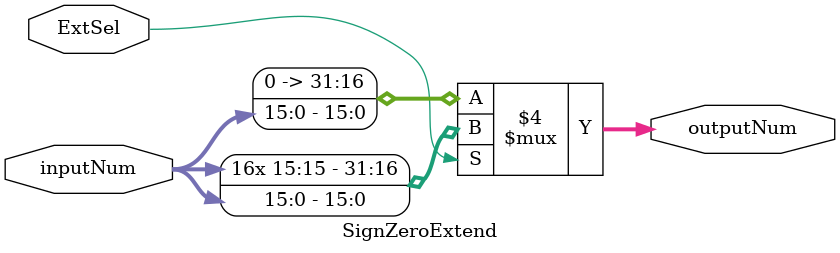
<source format=v>
`timescale 1ns / 1ps

module SignZeroExtend(
	 ExtSel,
	 inputNum,
	 outputNum
);

	input ExtSel;
	input wire[15:0] inputNum;
	output reg[31:0] outputNum;

	initial begin
		outputNum = 0;
	end

	always @ (ExtSel or  inputNum)begin 
		if(ExtSel)begin
			outputNum = {{16{inputNum[15]}}, inputNum[15:0]};
		end
		else begin
		  outputNum = {{16{1'b0}},inputNum[15:0]};
		end
	end

endmodule

</source>
